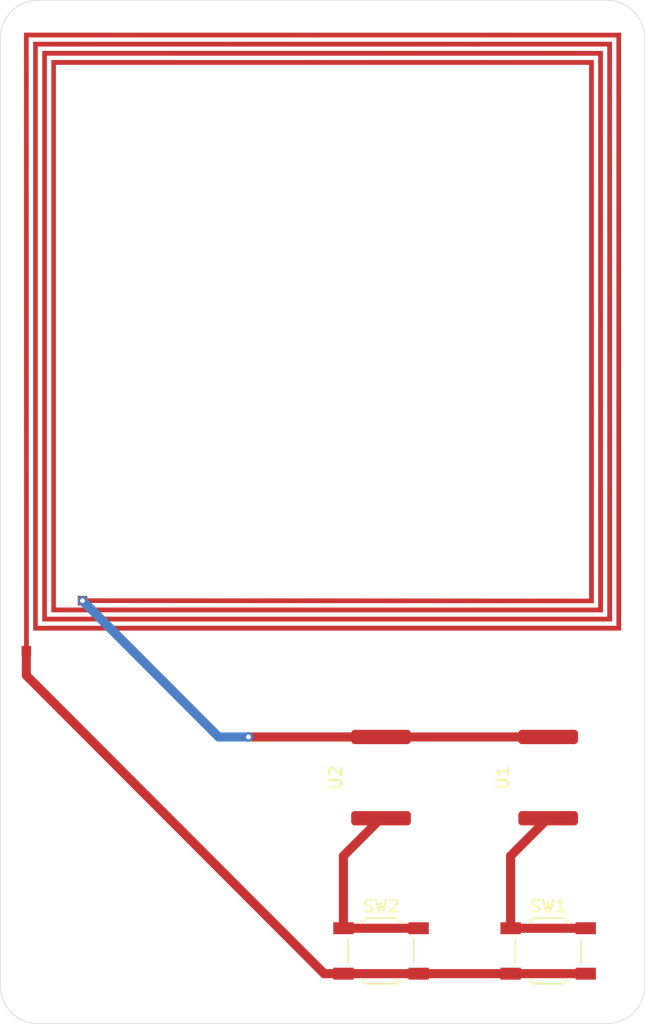
<source format=kicad_pcb>
(kicad_pcb (version 20171130) (host pcbnew "(5.1.9)-1")

  (general
    (thickness 1.6)
    (drawings 8)
    (tracks 21)
    (zones 0)
    (modules 5)
    (nets 5)
  )

  (page A4)
  (layers
    (0 F.Cu signal)
    (31 B.Cu signal)
    (32 B.Adhes user)
    (33 F.Adhes user)
    (34 B.Paste user)
    (35 F.Paste user)
    (36 B.SilkS user hide)
    (37 F.SilkS user hide)
    (38 B.Mask user)
    (39 F.Mask user hide)
    (40 Dwgs.User user)
    (41 Cmts.User user)
    (42 Eco1.User user)
    (43 Eco2.User user)
    (44 Edge.Cuts user)
    (45 Margin user)
    (46 B.CrtYd user)
    (47 F.CrtYd user)
    (48 B.Fab user)
    (49 F.Fab user)
  )

  (setup
    (last_trace_width 0.762)
    (user_trace_width 0.254)
    (user_trace_width 0.508)
    (user_trace_width 0.762)
    (user_trace_width 1)
    (user_trace_width 1.5)
    (trace_clearance 0.2)
    (zone_clearance 0.508)
    (zone_45_only no)
    (trace_min 0.2)
    (via_size 0.8)
    (via_drill 0.4)
    (via_min_size 0.4)
    (via_min_drill 0.3)
    (uvia_size 0.3)
    (uvia_drill 0.1)
    (uvias_allowed no)
    (uvia_min_size 0.2)
    (uvia_min_drill 0.1)
    (edge_width 0.05)
    (segment_width 0.2)
    (pcb_text_width 0.3)
    (pcb_text_size 1.5 1.5)
    (mod_edge_width 0.12)
    (mod_text_size 1 1)
    (mod_text_width 0.15)
    (pad_size 0.8 0.8)
    (pad_drill 0)
    (pad_to_mask_clearance 0)
    (aux_axis_origin 0 0)
    (visible_elements 7FFFFFFF)
    (pcbplotparams
      (layerselection 0x010fc_ffffffff)
      (usegerberextensions false)
      (usegerberattributes true)
      (usegerberadvancedattributes true)
      (creategerberjobfile true)
      (excludeedgelayer true)
      (linewidth 0.100000)
      (plotframeref false)
      (viasonmask false)
      (mode 1)
      (useauxorigin false)
      (hpglpennumber 1)
      (hpglpenspeed 20)
      (hpglpendiameter 15.000000)
      (psnegative false)
      (psa4output false)
      (plotreference true)
      (plotvalue true)
      (plotinvisibletext false)
      (padsonsilk false)
      (subtractmaskfromsilk false)
      (outputformat 1)
      (mirror false)
      (drillshape 1)
      (scaleselection 1)
      (outputdirectory ""))
  )

  (net 0 "")
  (net 1 "Net-(SW1-Pad1)")
  (net 2 "Net-(SW2-Pad1)")
  (net 3 "Net-(AE1-Pad1)")
  (net 4 "Net-(AE1-Pad2)")

  (net_class Default "This is the default net class."
    (clearance 0.2)
    (trace_width 0.25)
    (via_dia 0.8)
    (via_drill 0.4)
    (uvia_dia 0.3)
    (uvia_drill 0.1)
    (add_net "Net-(AE1-Pad1)")
    (add_net "Net-(AE1-Pad2)")
    (add_net "Net-(SW1-Pad1)")
    (add_net "Net-(SW2-Pad1)")
  )

  (module MultiMifare:Mifare_Antenna (layer F.Cu) (tedit 60993BB5) (tstamp 609A5A71)
    (at 152.1 82.7 90)
    (path /60894F4B)
    (fp_text reference AE1 (at 0 0 90) (layer F.SilkS) hide
      (effects (font (size 1.524 1.524) (thickness 0.3)))
    )
    (fp_text value Antenna_Loop (at 0 3 90) (layer F.SilkS) hide
      (effects (font (size 1.524 1.524) (thickness 0.3)))
    )
    (fp_poly (pts (xy 25.005773 0.002645) (xy 25.003125 25.003125) (xy 0.002645 25.005773) (xy -24.997834 25.008421)
      (xy -24.997834 -24.235834) (xy 24.246421 -24.235834) (xy 24.243773 0.002645) (xy 24.241125 24.241125)
      (xy 0.002645 24.243773) (xy -24.235834 24.246421) (xy -24.235834 -23.473834) (xy 23.484421 -23.473834)
      (xy 23.481773 0.002645) (xy 23.479125 23.479125) (xy 0.002645 23.481773) (xy -23.473834 23.484421)
      (xy -23.473834 -22.711834) (xy 22.722421 -22.711834) (xy 22.719773 0.002645) (xy 22.717125 22.717125)
      (xy 0.002645 22.719773) (xy -22.711834 22.722421) (xy -22.6905 -19.9) (xy -22.3095 -19.9)
      (xy -22.330834 22.330833) (xy 22.330833 22.330833) (xy 22.330833 -22.341417) (xy -23.08225 -22.341417)
      (xy -23.08225 23.092833) (xy 23.092833 23.092833) (xy 23.092833 -23.092834) (xy -23.84425 -23.092834)
      (xy -23.84425 23.854833) (xy 23.854833 23.854833) (xy 23.854833 -23.854834) (xy -24.60625 -23.854834)
      (xy -24.60625 24.616833) (xy 24.616833 24.616833) (xy 24.616833 -24.616834) (xy -26.4 -24.6095)
      (xy -26.4 -24.9905) (xy 25.008421 -24.997834) (xy 25.005773 0.002645)) (layer F.Cu) (width 0.01))
    (fp_line (start -25.2 -25.2) (end 25.2 -25.2) (layer B.CrtYd) (width 0.12))
    (fp_line (start 25.2 -25.2) (end 25.2 25.2) (layer B.CrtYd) (width 0.12))
    (fp_line (start 25.2 25.2) (end -25.2 25.2) (layer B.CrtYd) (width 0.12))
    (fp_line (start -25.2 -25.2) (end -25.2 25.2) (layer B.CrtYd) (width 0.12))
    (pad 1 smd rect (at -26.692 -24.81 90) (size 0.8 0.8) (layers F.Cu F.Paste F.Mask)
      (net 3 "Net-(AE1-Pad1)"))
    (pad 2 smd rect (at -22.5 -20.106 90) (size 0.8 0.8) (layers F.Cu F.Paste F.Mask)
      (net 4 "Net-(AE1-Pad2)"))
  )

  (module MultiMifare:Mifare_Chip (layer F.Cu) (tedit 60991B80) (tstamp 609A4D68)
    (at 157 120 270)
    (path /6099A793)
    (fp_text reference U2 (at 0 3.8 90) (layer F.SilkS)
      (effects (font (size 1 1) (thickness 0.15)))
    )
    (fp_text value Mifare_Chip (at 0 -3.81 90) (layer F.Fab)
      (effects (font (size 1 1) (thickness 0.15)))
    )
    (fp_line (start -2.5 2.4) (end -2.5 -2.4) (layer F.Fab) (width 0.12))
    (fp_line (start 2.5 2.4) (end -2.5 2.4) (layer F.Fab) (width 0.12))
    (fp_line (start 2.5 -2.4) (end 2.5 2.4) (layer F.Fab) (width 0.12))
    (fp_line (start -2.5 -2.4) (end 2.5 -2.4) (layer F.Fab) (width 0.12))
    (fp_line (start -4.3 2.8) (end -4.3 -2.8) (layer F.CrtYd) (width 0.12))
    (fp_line (start 4.3 2.8) (end -4.3 2.8) (layer F.CrtYd) (width 0.12))
    (fp_line (start 4.3 -2.8) (end 4.3 2.8) (layer F.CrtYd) (width 0.12))
    (fp_line (start -4.3 -2.8) (end 4.3 -2.8) (layer F.CrtYd) (width 0.12))
    (pad 2 smd roundrect (at 3.4 0 270) (size 1.2 5) (layers F.Cu F.Paste F.Mask) (roundrect_rratio 0.25)
      (net 2 "Net-(SW2-Pad1)"))
    (pad 1 smd roundrect (at -3.4 0 270) (size 1.2 5) (layers F.Cu F.Paste F.Mask) (roundrect_rratio 0.25)
      (net 4 "Net-(AE1-Pad2)"))
  )

  (module MultiMifare:Mifare_Chip (layer F.Cu) (tedit 60991B80) (tstamp 609A4D5A)
    (at 171 120 270)
    (path /60997A4A)
    (fp_text reference U1 (at 0 3.8 90) (layer F.SilkS)
      (effects (font (size 1 1) (thickness 0.15)))
    )
    (fp_text value Mifare_Chip (at 0 -3.81 90) (layer F.Fab)
      (effects (font (size 1 1) (thickness 0.15)))
    )
    (fp_line (start -2.5 2.4) (end -2.5 -2.4) (layer F.Fab) (width 0.12))
    (fp_line (start 2.5 2.4) (end -2.5 2.4) (layer F.Fab) (width 0.12))
    (fp_line (start 2.5 -2.4) (end 2.5 2.4) (layer F.Fab) (width 0.12))
    (fp_line (start -2.5 -2.4) (end 2.5 -2.4) (layer F.Fab) (width 0.12))
    (fp_line (start -4.3 2.8) (end -4.3 -2.8) (layer F.CrtYd) (width 0.12))
    (fp_line (start 4.3 2.8) (end -4.3 2.8) (layer F.CrtYd) (width 0.12))
    (fp_line (start 4.3 -2.8) (end 4.3 2.8) (layer F.CrtYd) (width 0.12))
    (fp_line (start -4.3 -2.8) (end 4.3 -2.8) (layer F.CrtYd) (width 0.12))
    (pad 2 smd roundrect (at 3.4 0 270) (size 1.2 5) (layers F.Cu F.Paste F.Mask) (roundrect_rratio 0.25)
      (net 1 "Net-(SW1-Pad1)"))
    (pad 1 smd roundrect (at -3.4 0 270) (size 1.2 5) (layers F.Cu F.Paste F.Mask) (roundrect_rratio 0.25)
      (net 4 "Net-(AE1-Pad2)"))
  )

  (module Button_Switch_SMD:SW_SPST_TL3342 (layer F.Cu) (tedit 5A02FC95) (tstamp 609A4D4C)
    (at 157 134.5)
    (descr "Low-profile SMD Tactile Switch, https://www.e-switch.com/system/asset/product_line/data_sheet/165/TL3342.pdf")
    (tags "SPST Tactile Switch")
    (path /6099D52A)
    (attr smd)
    (fp_text reference SW2 (at 0 -3.75) (layer F.SilkS)
      (effects (font (size 1 1) (thickness 0.15)))
    )
    (fp_text value SW_SPST (at 0 3.75) (layer F.Fab)
      (effects (font (size 1 1) (thickness 0.15)))
    )
    (fp_text user %R (at 0 -3.75) (layer F.Fab)
      (effects (font (size 1 1) (thickness 0.15)))
    )
    (fp_line (start 3.2 2.1) (end 3.2 1.6) (layer F.Fab) (width 0.1))
    (fp_line (start 3.2 -2.1) (end 3.2 -1.6) (layer F.Fab) (width 0.1))
    (fp_line (start -3.2 2.1) (end -3.2 1.6) (layer F.Fab) (width 0.1))
    (fp_line (start -3.2 -2.1) (end -3.2 -1.6) (layer F.Fab) (width 0.1))
    (fp_line (start 2.7 -2.1) (end 2.7 -1.6) (layer F.Fab) (width 0.1))
    (fp_line (start 1.7 -2.1) (end 3.2 -2.1) (layer F.Fab) (width 0.1))
    (fp_line (start 3.2 -1.6) (end 2.2 -1.6) (layer F.Fab) (width 0.1))
    (fp_line (start -2.7 -2.1) (end -2.7 -1.6) (layer F.Fab) (width 0.1))
    (fp_line (start -1.7 -2.1) (end -3.2 -2.1) (layer F.Fab) (width 0.1))
    (fp_line (start -3.2 -1.6) (end -2.2 -1.6) (layer F.Fab) (width 0.1))
    (fp_line (start -2.7 2.1) (end -2.7 1.6) (layer F.Fab) (width 0.1))
    (fp_line (start -3.2 1.6) (end -2.2 1.6) (layer F.Fab) (width 0.1))
    (fp_line (start -1.7 2.1) (end -3.2 2.1) (layer F.Fab) (width 0.1))
    (fp_line (start 1.7 2.1) (end 3.2 2.1) (layer F.Fab) (width 0.1))
    (fp_line (start 2.7 2.1) (end 2.7 1.6) (layer F.Fab) (width 0.1))
    (fp_line (start 3.2 1.6) (end 2.2 1.6) (layer F.Fab) (width 0.1))
    (fp_line (start -1.7 2.3) (end -1.25 2.75) (layer F.SilkS) (width 0.12))
    (fp_line (start 1.7 2.3) (end 1.25 2.75) (layer F.SilkS) (width 0.12))
    (fp_line (start 1.7 -2.3) (end 1.25 -2.75) (layer F.SilkS) (width 0.12))
    (fp_line (start -1.7 -2.3) (end -1.25 -2.75) (layer F.SilkS) (width 0.12))
    (fp_line (start -2 -1) (end -1 -2) (layer F.Fab) (width 0.1))
    (fp_line (start -1 -2) (end 1 -2) (layer F.Fab) (width 0.1))
    (fp_line (start 1 -2) (end 2 -1) (layer F.Fab) (width 0.1))
    (fp_line (start 2 -1) (end 2 1) (layer F.Fab) (width 0.1))
    (fp_line (start 2 1) (end 1 2) (layer F.Fab) (width 0.1))
    (fp_line (start 1 2) (end -1 2) (layer F.Fab) (width 0.1))
    (fp_line (start -1 2) (end -2 1) (layer F.Fab) (width 0.1))
    (fp_line (start -2 1) (end -2 -1) (layer F.Fab) (width 0.1))
    (fp_line (start 2.75 -1) (end 2.75 1) (layer F.SilkS) (width 0.12))
    (fp_line (start -1.25 2.75) (end 1.25 2.75) (layer F.SilkS) (width 0.12))
    (fp_line (start -2.75 -1) (end -2.75 1) (layer F.SilkS) (width 0.12))
    (fp_line (start -1.25 -2.75) (end 1.25 -2.75) (layer F.SilkS) (width 0.12))
    (fp_line (start -2.6 -1.2) (end -2.6 1.2) (layer F.Fab) (width 0.1))
    (fp_line (start -2.6 1.2) (end -1.2 2.6) (layer F.Fab) (width 0.1))
    (fp_line (start -1.2 2.6) (end 1.2 2.6) (layer F.Fab) (width 0.1))
    (fp_line (start 1.2 2.6) (end 2.6 1.2) (layer F.Fab) (width 0.1))
    (fp_line (start 2.6 1.2) (end 2.6 -1.2) (layer F.Fab) (width 0.1))
    (fp_line (start 2.6 -1.2) (end 1.2 -2.6) (layer F.Fab) (width 0.1))
    (fp_line (start 1.2 -2.6) (end -1.2 -2.6) (layer F.Fab) (width 0.1))
    (fp_line (start -1.2 -2.6) (end -2.6 -1.2) (layer F.Fab) (width 0.1))
    (fp_line (start -4.25 -3) (end 4.25 -3) (layer F.CrtYd) (width 0.05))
    (fp_line (start 4.25 -3) (end 4.25 3) (layer F.CrtYd) (width 0.05))
    (fp_line (start 4.25 3) (end -4.25 3) (layer F.CrtYd) (width 0.05))
    (fp_line (start -4.25 3) (end -4.25 -3) (layer F.CrtYd) (width 0.05))
    (fp_circle (center 0 0) (end 1 0) (layer F.Fab) (width 0.1))
    (pad 2 smd rect (at 3.15 1.9) (size 1.7 1) (layers F.Cu F.Paste F.Mask)
      (net 3 "Net-(AE1-Pad1)"))
    (pad 2 smd rect (at -3.15 1.9) (size 1.7 1) (layers F.Cu F.Paste F.Mask)
      (net 3 "Net-(AE1-Pad1)"))
    (pad 1 smd rect (at 3.15 -1.9) (size 1.7 1) (layers F.Cu F.Paste F.Mask)
      (net 2 "Net-(SW2-Pad1)"))
    (pad 1 smd rect (at -3.15 -1.9) (size 1.7 1) (layers F.Cu F.Paste F.Mask)
      (net 2 "Net-(SW2-Pad1)"))
    (model ${KISYS3DMOD}/Button_Switch_SMD.3dshapes/SW_SPST_TL3342.wrl
      (at (xyz 0 0 0))
      (scale (xyz 1 1 1))
      (rotate (xyz 0 0 0))
    )
  )

  (module Button_Switch_SMD:SW_SPST_TL3342 (layer F.Cu) (tedit 5A02FC95) (tstamp 609A4D16)
    (at 171 134.5)
    (descr "Low-profile SMD Tactile Switch, https://www.e-switch.com/system/asset/product_line/data_sheet/165/TL3342.pdf")
    (tags "SPST Tactile Switch")
    (path /6099CE3C)
    (attr smd)
    (fp_text reference SW1 (at 0 -3.75) (layer F.SilkS)
      (effects (font (size 1 1) (thickness 0.15)))
    )
    (fp_text value SW_SPST (at 0 3.75) (layer F.Fab)
      (effects (font (size 1 1) (thickness 0.15)))
    )
    (fp_text user %R (at 0 -3.75) (layer F.Fab)
      (effects (font (size 1 1) (thickness 0.15)))
    )
    (fp_line (start 3.2 2.1) (end 3.2 1.6) (layer F.Fab) (width 0.1))
    (fp_line (start 3.2 -2.1) (end 3.2 -1.6) (layer F.Fab) (width 0.1))
    (fp_line (start -3.2 2.1) (end -3.2 1.6) (layer F.Fab) (width 0.1))
    (fp_line (start -3.2 -2.1) (end -3.2 -1.6) (layer F.Fab) (width 0.1))
    (fp_line (start 2.7 -2.1) (end 2.7 -1.6) (layer F.Fab) (width 0.1))
    (fp_line (start 1.7 -2.1) (end 3.2 -2.1) (layer F.Fab) (width 0.1))
    (fp_line (start 3.2 -1.6) (end 2.2 -1.6) (layer F.Fab) (width 0.1))
    (fp_line (start -2.7 -2.1) (end -2.7 -1.6) (layer F.Fab) (width 0.1))
    (fp_line (start -1.7 -2.1) (end -3.2 -2.1) (layer F.Fab) (width 0.1))
    (fp_line (start -3.2 -1.6) (end -2.2 -1.6) (layer F.Fab) (width 0.1))
    (fp_line (start -2.7 2.1) (end -2.7 1.6) (layer F.Fab) (width 0.1))
    (fp_line (start -3.2 1.6) (end -2.2 1.6) (layer F.Fab) (width 0.1))
    (fp_line (start -1.7 2.1) (end -3.2 2.1) (layer F.Fab) (width 0.1))
    (fp_line (start 1.7 2.1) (end 3.2 2.1) (layer F.Fab) (width 0.1))
    (fp_line (start 2.7 2.1) (end 2.7 1.6) (layer F.Fab) (width 0.1))
    (fp_line (start 3.2 1.6) (end 2.2 1.6) (layer F.Fab) (width 0.1))
    (fp_line (start -1.7 2.3) (end -1.25 2.75) (layer F.SilkS) (width 0.12))
    (fp_line (start 1.7 2.3) (end 1.25 2.75) (layer F.SilkS) (width 0.12))
    (fp_line (start 1.7 -2.3) (end 1.25 -2.75) (layer F.SilkS) (width 0.12))
    (fp_line (start -1.7 -2.3) (end -1.25 -2.75) (layer F.SilkS) (width 0.12))
    (fp_line (start -2 -1) (end -1 -2) (layer F.Fab) (width 0.1))
    (fp_line (start -1 -2) (end 1 -2) (layer F.Fab) (width 0.1))
    (fp_line (start 1 -2) (end 2 -1) (layer F.Fab) (width 0.1))
    (fp_line (start 2 -1) (end 2 1) (layer F.Fab) (width 0.1))
    (fp_line (start 2 1) (end 1 2) (layer F.Fab) (width 0.1))
    (fp_line (start 1 2) (end -1 2) (layer F.Fab) (width 0.1))
    (fp_line (start -1 2) (end -2 1) (layer F.Fab) (width 0.1))
    (fp_line (start -2 1) (end -2 -1) (layer F.Fab) (width 0.1))
    (fp_line (start 2.75 -1) (end 2.75 1) (layer F.SilkS) (width 0.12))
    (fp_line (start -1.25 2.75) (end 1.25 2.75) (layer F.SilkS) (width 0.12))
    (fp_line (start -2.75 -1) (end -2.75 1) (layer F.SilkS) (width 0.12))
    (fp_line (start -1.25 -2.75) (end 1.25 -2.75) (layer F.SilkS) (width 0.12))
    (fp_line (start -2.6 -1.2) (end -2.6 1.2) (layer F.Fab) (width 0.1))
    (fp_line (start -2.6 1.2) (end -1.2 2.6) (layer F.Fab) (width 0.1))
    (fp_line (start -1.2 2.6) (end 1.2 2.6) (layer F.Fab) (width 0.1))
    (fp_line (start 1.2 2.6) (end 2.6 1.2) (layer F.Fab) (width 0.1))
    (fp_line (start 2.6 1.2) (end 2.6 -1.2) (layer F.Fab) (width 0.1))
    (fp_line (start 2.6 -1.2) (end 1.2 -2.6) (layer F.Fab) (width 0.1))
    (fp_line (start 1.2 -2.6) (end -1.2 -2.6) (layer F.Fab) (width 0.1))
    (fp_line (start -1.2 -2.6) (end -2.6 -1.2) (layer F.Fab) (width 0.1))
    (fp_line (start -4.25 -3) (end 4.25 -3) (layer F.CrtYd) (width 0.05))
    (fp_line (start 4.25 -3) (end 4.25 3) (layer F.CrtYd) (width 0.05))
    (fp_line (start 4.25 3) (end -4.25 3) (layer F.CrtYd) (width 0.05))
    (fp_line (start -4.25 3) (end -4.25 -3) (layer F.CrtYd) (width 0.05))
    (fp_circle (center 0 0) (end 1 0) (layer F.Fab) (width 0.1))
    (pad 2 smd rect (at 3.15 1.9) (size 1.7 1) (layers F.Cu F.Paste F.Mask)
      (net 3 "Net-(AE1-Pad1)"))
    (pad 2 smd rect (at -3.15 1.9) (size 1.7 1) (layers F.Cu F.Paste F.Mask)
      (net 3 "Net-(AE1-Pad1)"))
    (pad 1 smd rect (at 3.15 -1.9) (size 1.7 1) (layers F.Cu F.Paste F.Mask)
      (net 1 "Net-(SW1-Pad1)"))
    (pad 1 smd rect (at -3.15 -1.9) (size 1.7 1) (layers F.Cu F.Paste F.Mask)
      (net 1 "Net-(SW1-Pad1)"))
    (model ${KISYS3DMOD}/Button_Switch_SMD.3dshapes/SW_SPST_TL3342.wrl
      (at (xyz 0 0 0))
      (scale (xyz 1 1 1))
      (rotate (xyz 0 0 0))
    )
  )

  (gr_arc (start 128.29 137.4) (end 125.11 137.4) (angle -90) (layer Edge.Cuts) (width 0.05) (tstamp 6098EC4A))
  (gr_arc (start 175.91 137.4) (end 175.91 140.58) (angle -90) (layer Edge.Cuts) (width 0.05) (tstamp 6098EC4A))
  (gr_arc (start 128.29 58.16) (end 128.29 54.98) (angle -90) (layer Edge.Cuts) (width 0.05) (tstamp 6098EC4A))
  (gr_arc (start 175.91 58.16) (end 179.09 58.16) (angle -90) (layer Edge.Cuts) (width 0.05))
  (gr_line (start 125.11 137.4) (end 125.11 58.16) (layer Edge.Cuts) (width 0.05) (tstamp 6098EBD7))
  (gr_line (start 175.91 140.58) (end 128.29 140.58) (layer Edge.Cuts) (width 0.05))
  (gr_line (start 179.09 58.16) (end 179.09 137.4) (layer Edge.Cuts) (width 0.05))
  (gr_line (start 128.29 54.98) (end 175.91 54.98) (layer Edge.Cuts) (width 0.05))

  (segment (start 167.85 126.55) (end 171 123.4) (width 0.762) (layer F.Cu) (net 1))
  (segment (start 167.85 132.6) (end 167.85 126.55) (width 0.762) (layer F.Cu) (net 1))
  (segment (start 174.15 132.6) (end 167.85 132.6) (width 0.762) (layer F.Cu) (net 1))
  (segment (start 160.15 132.6) (end 153.85 132.6) (width 0.762) (layer F.Cu) (net 2))
  (segment (start 153.85 126.55) (end 157 123.4) (width 0.762) (layer F.Cu) (net 2))
  (segment (start 153.85 132.6) (end 153.85 126.55) (width 0.762) (layer F.Cu) (net 2))
  (segment (start 174.15 136.4) (end 167.85 136.4) (width 0.762) (layer F.Cu) (net 3))
  (segment (start 167.85 136.4) (end 160.15 136.4) (width 0.762) (layer F.Cu) (net 3))
  (segment (start 153.85 136.4) (end 152.238 136.4) (width 0.762) (layer F.Cu) (net 3))
  (segment (start 160.15 136.4) (end 153.85 136.4) (width 0.762) (layer F.Cu) (net 3))
  (segment (start 152.238 136.4) (end 127.29 111.452) (width 0.762) (layer F.Cu) (net 3))
  (segment (start 127.29 111.452) (end 127.29 109.392) (width 0.762) (layer F.Cu) (net 3))
  (segment (start 171 116.6) (end 157 116.6) (width 0.762) (layer F.Cu) (net 4))
  (via (at 145.9 116.6) (size 0.8) (drill 0.4) (layers F.Cu B.Cu) (net 4))
  (segment (start 157 116.6) (end 145.9 116.6) (width 0.762) (layer F.Cu) (net 4))
  (segment (start 143.394 116.6) (end 143.394 116.594) (width 0.762) (layer B.Cu) (net 4))
  (via (at 131.994 105.2) (size 0.8) (drill 0.4) (layers F.Cu B.Cu) (net 4))
  (segment (start 132 105.2) (end 131.994 105.2) (width 0.762) (layer B.Cu) (net 4))
  (segment (start 143.394 116.594) (end 132 105.2) (width 0.762) (layer B.Cu) (net 4))
  (segment (start 143.4 116.6) (end 143.394 116.594) (width 0.762) (layer B.Cu) (net 4))
  (segment (start 145.9 116.6) (end 143.4 116.6) (width 0.762) (layer B.Cu) (net 4))

)

</source>
